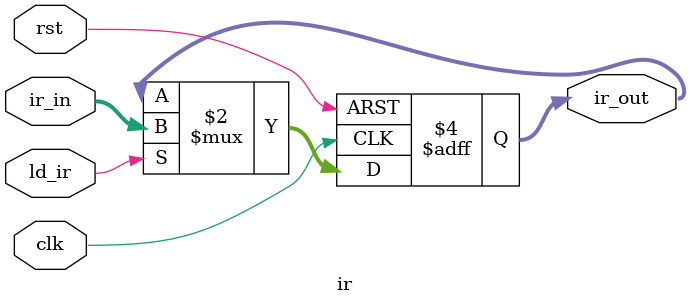
<source format=v>
/* 16bit Instruction Register (DFF) */

module ir (clk, rst, ir_in, ld_ir, ir_out);
		input clk, rst;
		input ld_ir;
		input [15:0] ir_in;
		wire [15:0] ir_in;
		output [15:0]	ir_out;
		reg [15:0]	ir_out;
		//wire	[15:0]	ir_out;
		
		always @(posedge rst or posedge clk) begin
			if (rst) begin
				ir_out <= 16'b0000_0000_0000_0000;
			end else if (ld_ir) begin
				ir_out <= ir_in;
			end
		end
endmodule

</source>
